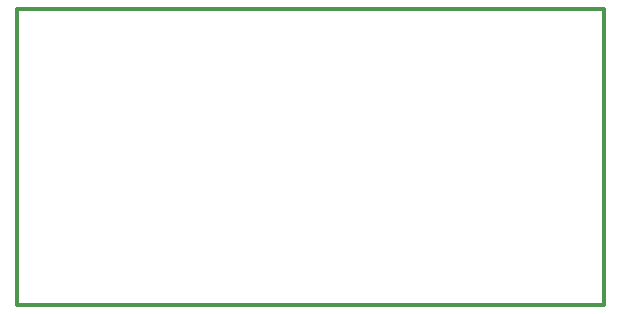
<source format=gko>
%FSLAX42Y42*%
%MOMM*%
G71*
G01*
G75*
G04 Layer_Color=16711935*
%ADD10R,5.00X2.20*%
%ADD11R,1.50X2.00*%
G04:AMPARAMS|DCode=12|XSize=1mm|YSize=0.9mm|CornerRadius=0.11mm|HoleSize=0mm|Usage=FLASHONLY|Rotation=0.000|XOffset=0mm|YOffset=0mm|HoleType=Round|Shape=RoundedRectangle|*
%AMROUNDEDRECTD12*
21,1,1.00,0.68,0,0,0.0*
21,1,0.78,0.90,0,0,0.0*
1,1,0.23,0.39,-0.34*
1,1,0.23,-0.39,-0.34*
1,1,0.23,-0.39,0.34*
1,1,0.23,0.39,0.34*
%
%ADD12ROUNDEDRECTD12*%
%ADD13R,1.30X2.40*%
%ADD14R,2.00X2.50*%
G04:AMPARAMS|DCode=15|XSize=1mm|YSize=0.9mm|CornerRadius=0.11mm|HoleSize=0mm|Usage=FLASHONLY|Rotation=90.000|XOffset=0mm|YOffset=0mm|HoleType=Round|Shape=RoundedRectangle|*
%AMROUNDEDRECTD15*
21,1,1.00,0.68,0,0,90.0*
21,1,0.78,0.90,0,0,90.0*
1,1,0.23,0.34,0.39*
1,1,0.23,0.34,-0.39*
1,1,0.23,-0.34,-0.39*
1,1,0.23,-0.34,0.39*
%
%ADD15ROUNDEDRECTD15*%
%ADD16O,0.64X2.03*%
%ADD17R,0.64X2.03*%
G04:AMPARAMS|DCode=18|XSize=0.6mm|YSize=1mm|CornerRadius=0.08mm|HoleSize=0mm|Usage=FLASHONLY|Rotation=180.000|XOffset=0mm|YOffset=0mm|HoleType=Round|Shape=RoundedRectangle|*
%AMROUNDEDRECTD18*
21,1,0.60,0.85,0,0,180.0*
21,1,0.45,1.00,0,0,180.0*
1,1,0.15,-0.23,0.42*
1,1,0.15,0.23,0.42*
1,1,0.15,0.23,-0.42*
1,1,0.15,-0.23,-0.42*
%
%ADD18ROUNDEDRECTD18*%
%ADD19R,2.00X1.50*%
G04:AMPARAMS|DCode=20|XSize=0.6mm|YSize=1mm|CornerRadius=0.08mm|HoleSize=0mm|Usage=FLASHONLY|Rotation=270.000|XOffset=0mm|YOffset=0mm|HoleType=Round|Shape=RoundedRectangle|*
%AMROUNDEDRECTD20*
21,1,0.60,0.85,0,0,270.0*
21,1,0.45,1.00,0,0,270.0*
1,1,0.15,-0.42,-0.23*
1,1,0.15,-0.42,0.23*
1,1,0.15,0.42,0.23*
1,1,0.15,0.42,-0.23*
%
%ADD20ROUNDEDRECTD20*%
%ADD21O,0.30X1.80*%
%ADD22O,1.80X0.30*%
G04:AMPARAMS|DCode=23|XSize=3.5mm|YSize=1.4mm|CornerRadius=0.17mm|HoleSize=0mm|Usage=FLASHONLY|Rotation=270.000|XOffset=0mm|YOffset=0mm|HoleType=Round|Shape=RoundedRectangle|*
%AMROUNDEDRECTD23*
21,1,3.50,1.05,0,0,270.0*
21,1,3.15,1.40,0,0,270.0*
1,1,0.35,-0.53,-1.57*
1,1,0.35,-0.53,1.57*
1,1,0.35,0.53,1.57*
1,1,0.35,0.53,-1.57*
%
%ADD23ROUNDEDRECTD23*%
G04:AMPARAMS|DCode=24|XSize=0.8mm|YSize=0.8mm|CornerRadius=0.1mm|HoleSize=0mm|Usage=FLASHONLY|Rotation=90.000|XOffset=0mm|YOffset=0mm|HoleType=Round|Shape=RoundedRectangle|*
%AMROUNDEDRECTD24*
21,1,0.80,0.60,0,0,90.0*
21,1,0.60,0.80,0,0,90.0*
1,1,0.20,0.30,0.30*
1,1,0.20,0.30,-0.30*
1,1,0.20,-0.30,-0.30*
1,1,0.20,-0.30,0.30*
%
%ADD24ROUNDEDRECTD24*%
G04:AMPARAMS|DCode=25|XSize=1.3mm|YSize=0.8mm|CornerRadius=0.1mm|HoleSize=0mm|Usage=FLASHONLY|Rotation=180.000|XOffset=0mm|YOffset=0mm|HoleType=Round|Shape=RoundedRectangle|*
%AMROUNDEDRECTD25*
21,1,1.30,0.60,0,0,180.0*
21,1,1.10,0.80,0,0,180.0*
1,1,0.20,-0.55,0.30*
1,1,0.20,0.55,0.30*
1,1,0.20,0.55,-0.30*
1,1,0.20,-0.55,-0.30*
%
%ADD25ROUNDEDRECTD25*%
G04:AMPARAMS|DCode=26|XSize=1.4mm|YSize=1mm|CornerRadius=0.13mm|HoleSize=0mm|Usage=FLASHONLY|Rotation=270.000|XOffset=0mm|YOffset=0mm|HoleType=Round|Shape=RoundedRectangle|*
%AMROUNDEDRECTD26*
21,1,1.40,0.75,0,0,270.0*
21,1,1.15,1.00,0,0,270.0*
1,1,0.25,-0.38,-0.57*
1,1,0.25,-0.38,0.57*
1,1,0.25,0.38,0.57*
1,1,0.25,0.38,-0.57*
%
%ADD26ROUNDEDRECTD26*%
%ADD27R,2.50X2.00*%
G04:AMPARAMS|DCode=28|XSize=3.5mm|YSize=1.4mm|CornerRadius=0.17mm|HoleSize=0mm|Usage=FLASHONLY|Rotation=180.000|XOffset=0mm|YOffset=0mm|HoleType=Round|Shape=RoundedRectangle|*
%AMROUNDEDRECTD28*
21,1,3.50,1.05,0,0,180.0*
21,1,3.15,1.40,0,0,180.0*
1,1,0.35,-1.57,0.53*
1,1,0.35,1.57,0.53*
1,1,0.35,1.57,-0.53*
1,1,0.35,-1.57,-0.53*
%
%ADD28ROUNDEDRECTD28*%
G04:AMPARAMS|DCode=29|XSize=1.4mm|YSize=1mm|CornerRadius=0.13mm|HoleSize=0mm|Usage=FLASHONLY|Rotation=0.000|XOffset=0mm|YOffset=0mm|HoleType=Round|Shape=RoundedRectangle|*
%AMROUNDEDRECTD29*
21,1,1.40,0.75,0,0,0.0*
21,1,1.15,1.00,0,0,0.0*
1,1,0.25,0.57,-0.38*
1,1,0.25,-0.57,-0.38*
1,1,0.25,-0.57,0.38*
1,1,0.25,0.57,0.38*
%
%ADD29ROUNDEDRECTD29*%
%ADD30C,0.30*%
%ADD31C,0.50*%
%ADD32C,0.70*%
%ADD33C,3.50*%
%ADD34C,0.70*%
%ADD35C,0.20*%
%ADD36C,0.38*%
%ADD37C,0.25*%
%ADD38C,0.13*%
%ADD39C,0.15*%
%ADD40R,5.20X2.40*%
%ADD41R,1.70X2.20*%
G04:AMPARAMS|DCode=42|XSize=1.2mm|YSize=1.1mm|CornerRadius=0.21mm|HoleSize=0mm|Usage=FLASHONLY|Rotation=0.000|XOffset=0mm|YOffset=0mm|HoleType=Round|Shape=RoundedRectangle|*
%AMROUNDEDRECTD42*
21,1,1.20,0.68,0,0,0.0*
21,1,0.78,1.10,0,0,0.0*
1,1,0.42,0.39,-0.34*
1,1,0.42,-0.39,-0.34*
1,1,0.42,-0.39,0.34*
1,1,0.42,0.39,0.34*
%
%ADD42ROUNDEDRECTD42*%
%ADD43R,1.50X2.60*%
%ADD44R,2.20X2.70*%
G04:AMPARAMS|DCode=45|XSize=1.2mm|YSize=1.1mm|CornerRadius=0.21mm|HoleSize=0mm|Usage=FLASHONLY|Rotation=90.000|XOffset=0mm|YOffset=0mm|HoleType=Round|Shape=RoundedRectangle|*
%AMROUNDEDRECTD45*
21,1,1.20,0.68,0,0,90.0*
21,1,0.78,1.10,0,0,90.0*
1,1,0.42,0.34,0.39*
1,1,0.42,0.34,-0.39*
1,1,0.42,-0.34,-0.39*
1,1,0.42,-0.34,0.39*
%
%ADD45ROUNDEDRECTD45*%
%ADD46O,0.83X2.23*%
%ADD47R,0.83X2.23*%
G04:AMPARAMS|DCode=48|XSize=0.8mm|YSize=1.2mm|CornerRadius=0.17mm|HoleSize=0mm|Usage=FLASHONLY|Rotation=180.000|XOffset=0mm|YOffset=0mm|HoleType=Round|Shape=RoundedRectangle|*
%AMROUNDEDRECTD48*
21,1,0.80,0.85,0,0,180.0*
21,1,0.45,1.20,0,0,180.0*
1,1,0.35,-0.23,0.42*
1,1,0.35,0.23,0.42*
1,1,0.35,0.23,-0.42*
1,1,0.35,-0.23,-0.42*
%
%ADD48ROUNDEDRECTD48*%
%ADD49R,2.20X1.70*%
G04:AMPARAMS|DCode=50|XSize=0.8mm|YSize=1.2mm|CornerRadius=0.17mm|HoleSize=0mm|Usage=FLASHONLY|Rotation=270.000|XOffset=0mm|YOffset=0mm|HoleType=Round|Shape=RoundedRectangle|*
%AMROUNDEDRECTD50*
21,1,0.80,0.85,0,0,270.0*
21,1,0.45,1.20,0,0,270.0*
1,1,0.35,-0.42,-0.23*
1,1,0.35,-0.42,0.23*
1,1,0.35,0.42,0.23*
1,1,0.35,0.42,-0.23*
%
%ADD50ROUNDEDRECTD50*%
%ADD51O,0.50X2.00*%
%ADD52O,2.00X0.50*%
G04:AMPARAMS|DCode=53|XSize=3.7mm|YSize=1.6mm|CornerRadius=0.28mm|HoleSize=0mm|Usage=FLASHONLY|Rotation=270.000|XOffset=0mm|YOffset=0mm|HoleType=Round|Shape=RoundedRectangle|*
%AMROUNDEDRECTD53*
21,1,3.70,1.05,0,0,270.0*
21,1,3.15,1.60,0,0,270.0*
1,1,0.55,-0.53,-1.57*
1,1,0.55,-0.53,1.57*
1,1,0.55,0.53,1.57*
1,1,0.55,0.53,-1.57*
%
%ADD53ROUNDEDRECTD53*%
G04:AMPARAMS|DCode=54|XSize=1mm|YSize=1mm|CornerRadius=0.2mm|HoleSize=0mm|Usage=FLASHONLY|Rotation=90.000|XOffset=0mm|YOffset=0mm|HoleType=Round|Shape=RoundedRectangle|*
%AMROUNDEDRECTD54*
21,1,1.00,0.60,0,0,90.0*
21,1,0.60,1.00,0,0,90.0*
1,1,0.40,0.30,0.30*
1,1,0.40,0.30,-0.30*
1,1,0.40,-0.30,-0.30*
1,1,0.40,-0.30,0.30*
%
%ADD54ROUNDEDRECTD54*%
G04:AMPARAMS|DCode=55|XSize=1.5mm|YSize=1mm|CornerRadius=0.2mm|HoleSize=0mm|Usage=FLASHONLY|Rotation=180.000|XOffset=0mm|YOffset=0mm|HoleType=Round|Shape=RoundedRectangle|*
%AMROUNDEDRECTD55*
21,1,1.50,0.60,0,0,180.0*
21,1,1.10,1.00,0,0,180.0*
1,1,0.40,-0.55,0.30*
1,1,0.40,0.55,0.30*
1,1,0.40,0.55,-0.30*
1,1,0.40,-0.55,-0.30*
%
%ADD55ROUNDEDRECTD55*%
G04:AMPARAMS|DCode=56|XSize=1.6mm|YSize=1.2mm|CornerRadius=0.23mm|HoleSize=0mm|Usage=FLASHONLY|Rotation=270.000|XOffset=0mm|YOffset=0mm|HoleType=Round|Shape=RoundedRectangle|*
%AMROUNDEDRECTD56*
21,1,1.60,0.75,0,0,270.0*
21,1,1.15,1.20,0,0,270.0*
1,1,0.45,-0.38,-0.57*
1,1,0.45,-0.38,0.57*
1,1,0.45,0.38,0.57*
1,1,0.45,0.38,-0.57*
%
%ADD56ROUNDEDRECTD56*%
%ADD57R,2.70X2.20*%
G04:AMPARAMS|DCode=58|XSize=3.7mm|YSize=1.6mm|CornerRadius=0.28mm|HoleSize=0mm|Usage=FLASHONLY|Rotation=180.000|XOffset=0mm|YOffset=0mm|HoleType=Round|Shape=RoundedRectangle|*
%AMROUNDEDRECTD58*
21,1,3.70,1.05,0,0,180.0*
21,1,3.15,1.60,0,0,180.0*
1,1,0.55,-1.57,0.53*
1,1,0.55,1.57,0.53*
1,1,0.55,1.57,-0.53*
1,1,0.55,-1.57,-0.53*
%
%ADD58ROUNDEDRECTD58*%
G04:AMPARAMS|DCode=59|XSize=1.6mm|YSize=1.2mm|CornerRadius=0.23mm|HoleSize=0mm|Usage=FLASHONLY|Rotation=0.000|XOffset=0mm|YOffset=0mm|HoleType=Round|Shape=RoundedRectangle|*
%AMROUNDEDRECTD59*
21,1,1.60,0.75,0,0,0.0*
21,1,1.15,1.20,0,0,0.0*
1,1,0.45,0.57,-0.38*
1,1,0.45,-0.57,-0.38*
1,1,0.45,-0.57,0.38*
1,1,0.45,0.57,0.38*
%
%ADD59ROUNDEDRECTD59*%
%ADD60C,3.70*%
%ADD61C,0.90*%
D30*
X1700Y2900D02*
Y5400D01*
X6675D01*
Y2900D02*
Y5400D01*
X1700Y2900D02*
X6675D01*
M02*

</source>
